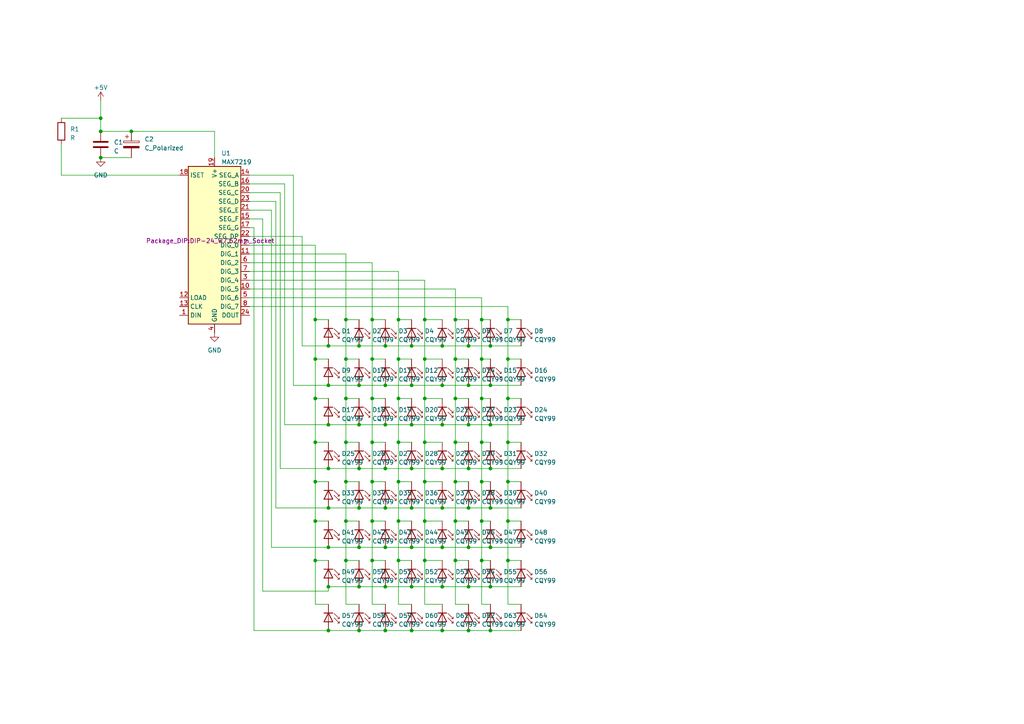
<source format=kicad_sch>
(kicad_sch (version 20230121) (generator eeschema)
  (paper "A4")
  (lib_symbols
    (symbol "Device:C" (pin_numbers hide) (pin_names (offset 0.254))
      (property "Reference" "C" (at 0.635 2.54 0))
      (property "Value" "C" (at 0.635 -2.54 0))
      (symbol "C_0_1"
        (polyline (pts (xy -2.032 -0.762) (xy 2.032 -0.762)) (stroke (width 0.508)))
        (polyline (pts (xy -2.032 0.762) (xy 2.032 0.762)) (stroke (width 0.508)))
      )
      (symbol "C_1_1"
        (pin passive line (at 0 3.81 270) (length 2.794) (name "~") (number "1"))
        (pin passive line (at 0 -3.81 90) (length 2.794) (name "~") (number "2"))
      )
    )
    (symbol "Device:C_Polarized" (pin_numbers hide) (pin_names (offset 0.254))
      (property "Reference" "C" (at 0.635 2.54 0))
      (property "Value" "C_Polarized" (at 0.635 -2.54 0))
      (symbol "C_Polarized_0_1"
        (rectangle (start -2.286 0.508) (end 2.286 1.016))
        (polyline (pts (xy -1.778 2.286) (xy -0.762 2.286)))
        (polyline (pts (xy -1.27 2.794) (xy -1.27 1.778)))
        (rectangle (start 2.286 -0.508) (end -2.286 -1.016) (fill (type outline)))
      )
      (symbol "C_Polarized_1_1"
        (pin passive line (at 0 3.81 270) (length 2.794) (name "~") (number "1"))
        (pin passive line (at 0 -3.81 90) (length 2.794) (name "~") (number "2"))
      )
    )
    (symbol "Device:R" (pin_numbers hide) (pin_names (offset 0))
      (property "Reference" "R" (at 2.032 0 90))
      (property "Value" "R" (at 0 0 90))
      (symbol "R_0_1"
        (rectangle (start -1.016 -2.54) (end 1.016 2.54) (stroke (width 0.254)))
      )
      (symbol "R_1_1"
        (pin passive line (at 0 3.81 270) (length 1.27) (name "~") (number "1"))
        (pin passive line (at 0 -3.81 90) (length 1.27) (name "~") (number "2"))
      )
    )
    (symbol "Driver_LED:MAX7219"
      (property "Reference" "U" (at -6.35 24.13 0))
      (property "Value" "MAX7219" (at 1.27 25.4 0))
      (symbol "MAX7219_0_1"
        (rectangle (start -7.62 22.86) (end 7.62 -22.86) (stroke (width 0.254)) (fill (type background)))
      )
      (symbol "MAX7219_1_1"
        (pin input line (at -10.16 -20.32 0) (length 2.54) (name "DIN") (number "1"))
        (pin output line (at 10.16 -12.7 180) (length 2.54) (name "DIG_5") (number "10"))
        (pin output line (at 10.16 -2.54 180) (length 2.54) (name "DIG_1") (number "11"))
        (pin input line (at -10.16 -15.24 0) (length 2.54) (name "LOAD") (number "12"))
        (pin input line (at -10.16 -17.78 0) (length 2.54) (name "CLK") (number "13"))
        (pin output line (at 10.16 20.32 180) (length 2.54) (name "SEG_A") (number "14"))
        (pin output line (at 10.16 7.62 180) (length 2.54) (name "SEG_F") (number "15"))
        (pin output line (at 10.16 17.78 180) (length 2.54) (name "SEG_B") (number "16"))
        (pin output line (at 10.16 5.08 180) (length 2.54) (name "SEG_G") (number "17"))
        (pin input line (at -10.16 20.32 0) (length 2.54) (name "ISET") (number "18"))
        (pin power_in line (at 0 25.4 270) (length 2.54) (name "V+") (number "19"))
        (pin output line (at 10.16 0 180) (length 2.54) (name "DIG_0") (number "2"))
        (pin output line (at 10.16 15.24 180) (length 2.54) (name "SEG_C") (number "20"))
        (pin output line (at 10.16 10.16 180) (length 2.54) (name "SEG_E") (number "21"))
        (pin output line (at 10.16 2.54 180) (length 2.54) (name "SEG_DP") (number "22"))
        (pin output line (at 10.16 12.7 180) (length 2.54) (name "SEG_D") (number "23"))
        (pin output line (at 10.16 -20.32 180) (length 2.54) (name "DOUT") (number "24"))
        (pin output line (at 10.16 -10.16 180) (length 2.54) (name "DIG_4") (number "3"))
        (pin power_in line (at 0 -25.4 90) (length 2.54) (name "GND") (number "4"))
        (pin output line (at 10.16 -15.24 180) (length 2.54) (name "DIG_6") (number "5"))
        (pin output line (at 10.16 -5.08 180) (length 2.54) (name "DIG_2") (number "6"))
        (pin output line (at 10.16 -7.62 180) (length 2.54) (name "DIG_3") (number "7"))
        (pin output line (at 10.16 -17.78 180) (length 2.54) (name "DIG_7") (number "8"))
        (pin passive line (at 0 -25.4 90) (length 2.54) hide (name "GND") (number "9"))
      )
    )
    (symbol "LED:CQY99" (pin_numbers hide) (pin_names (offset 1.016) hide)
      (property "Reference" "D" (at 0.508 1.778 0))
      (property "Value" "CQY99" (at -1.016 -2.794 0))
      (symbol "CQY99_0_1"
        (polyline (pts (xy -2.54 1.27) (xy -2.54 -1.27)) (stroke (width 0.254)))
        (polyline (pts (xy 0 0) (xy -2.54 0)))
        (polyline (pts (xy 0.381 3.175) (xy -0.127 3.175)))
        (polyline (pts (xy -1.143 1.651) (xy 0.381 3.175) (xy 0.381 2.667)))
        (polyline (pts (xy 0 -1.27) (xy -2.54 0) (xy 0 1.27) (xy 0 -1.27)) (stroke (width 0.254)))
        (polyline (pts (xy -2.413 1.651) (xy -0.889 3.175) (xy -0.889 2.667) (xy -0.889 3.175) (xy -1.397 3.175)))
      )
      (symbol "CQY99_1_1"
        (pin passive line (at -5.08 0 0) (length 2.54) (name "K") (number "1"))
        (pin passive line (at 2.54 0 180) (length 2.54) (name "A") (number "2"))
      )
    )
    (symbol "power:+5V" (power) (pin_names (offset 0))
      (property "Value" "+5V" (at 0 3.556 0))
      (symbol "+5V_0_1"
        (polyline (pts (xy -0.762 1.27) (xy 0 2.54)))
        (polyline (pts (xy 0 0) (xy 0 2.54)))
        (polyline (pts (xy 0 2.54) (xy 0.762 1.27)))
      )
      (symbol "+5V_1_1"
        (pin power_in line (at 0 0 90) (length 0) hide (name "+5V") (number "1"))
      )
    )
    (symbol "power:GND" (power) (pin_names (offset 0))
      (property "Value" "GND" (at 0 -3.81 0))
      (symbol "GND_0_1"
        (polyline (pts (xy 0 0) (xy 0 -1.27) (xy 1.27 -1.27) (xy 0 -2.54) (xy -1.27 -1.27) (xy 0 -1.27)))
      )
      (symbol "GND_1_1"
        (pin power_in line (at 0 0 270) (length 0) hide (name "GND") (number "1"))
      )
    )
  )
  (junction (at 128.27 182.88))
  (junction (at 132.08 151.13))
  (junction (at 104.14 147.32))
  (junction (at 91.44 139.7))
  (junction (at 142.24 111.76))
  (junction (at 147.32 162.56))
  (junction (at 123.19 139.7))
  (junction (at 139.7 128.27))
  (junction (at 139.7 92.71))
  (junction (at 111.76 147.32))
  (junction (at 95.25 111.76))
  (junction (at 142.24 170.18))
  (junction (at 91.44 162.56))
  (junction (at 107.95 128.27))
  (junction (at 104.14 170.18))
  (junction (at 100.33 162.56))
  (junction (at 123.19 151.13))
  (junction (at 135.89 147.32))
  (junction (at 100.33 139.7))
  (junction (at 95.25 135.89))
  (junction (at 147.32 92.71))
  (junction (at 111.76 100.33))
  (junction (at 111.76 182.88))
  (junction (at 95.25 158.75))
  (junction (at 139.7 139.7))
  (junction (at 123.19 115.57))
  (junction (at 104.14 135.89))
  (junction (at 107.95 151.13))
  (junction (at 104.14 182.88))
  (junction (at 142.24 135.89))
  (junction (at 111.76 158.75))
  (junction (at 104.14 111.76))
  (junction (at 132.08 92.71))
  (junction (at 100.33 151.13))
  (junction (at 132.08 104.14))
  (junction (at 135.89 123.19))
  (junction (at 107.95 139.7))
  (junction (at 115.57 162.56))
  (junction (at 135.89 182.88))
  (junction (at 147.32 128.27))
  (junction (at 147.32 104.14))
  (junction (at 91.44 92.71))
  (junction (at 111.76 170.18))
  (junction (at 107.95 104.14))
  (junction (at 29.21 38.1))
  (junction (at 119.38 158.75))
  (junction (at 95.25 170.18))
  (junction (at 128.27 111.76))
  (junction (at 142.24 123.19))
  (junction (at 128.27 158.75))
  (junction (at 142.24 158.75))
  (junction (at 123.19 104.14))
  (junction (at 119.38 147.32))
  (junction (at 115.57 139.7))
  (junction (at 104.14 123.19))
  (junction (at 139.7 104.14))
  (junction (at 91.44 128.27))
  (junction (at 119.38 182.88))
  (junction (at 95.25 182.88))
  (junction (at 91.44 151.13))
  (junction (at 135.89 100.33))
  (junction (at 128.27 135.89))
  (junction (at 115.57 151.13))
  (junction (at 38.1 38.1))
  (junction (at 132.08 139.7))
  (junction (at 132.08 128.27))
  (junction (at 95.25 147.32))
  (junction (at 95.25 100.33))
  (junction (at 119.38 100.33))
  (junction (at 123.19 92.71))
  (junction (at 91.44 115.57))
  (junction (at 139.7 151.13))
  (junction (at 147.32 139.7))
  (junction (at 104.14 100.33))
  (junction (at 115.57 128.27))
  (junction (at 135.89 170.18))
  (junction (at 142.24 182.88))
  (junction (at 111.76 123.19))
  (junction (at 119.38 111.76))
  (junction (at 142.24 100.33))
  (junction (at 104.14 158.75))
  (junction (at 119.38 135.89))
  (junction (at 119.38 170.18))
  (junction (at 147.32 151.13))
  (junction (at 132.08 115.57))
  (junction (at 107.95 162.56))
  (junction (at 128.27 170.18))
  (junction (at 107.95 115.57))
  (junction (at 135.89 158.75))
  (junction (at 100.33 104.14))
  (junction (at 100.33 128.27))
  (junction (at 107.95 92.71))
  (junction (at 29.21 45.72))
  (junction (at 100.33 115.57))
  (junction (at 147.32 115.57))
  (junction (at 142.24 147.32))
  (junction (at 123.19 128.27))
  (junction (at 119.38 123.19))
  (junction (at 91.44 104.14))
  (junction (at 111.76 111.76))
  (junction (at 139.7 115.57))
  (junction (at 100.33 92.71))
  (junction (at 139.7 162.56))
  (junction (at 115.57 115.57))
  (junction (at 132.08 162.56))
  (junction (at 111.76 135.89))
  (junction (at 128.27 147.32))
  (junction (at 123.19 162.56))
  (junction (at 135.89 111.76))
  (junction (at 135.89 135.89))
  (junction (at 128.27 100.33))
  (junction (at 29.21 34.29))
  (junction (at 115.57 92.71))
  (junction (at 128.27 123.19))
  (junction (at 95.25 123.19))
  (junction (at 115.57 104.14))
  (wire (pts (xy 95.25 115.57) (xy 91.44 115.57)))
  (wire (pts (xy 123.19 115.57) (xy 123.19 128.27)))
  (wire (pts (xy 115.57 151.13) (xy 119.38 151.13)))
  (wire (pts (xy 95.25 162.56) (xy 91.44 162.56)))
  (wire (pts (xy 95.25 100.33) (xy 104.14 100.33)))
  (wire (pts (xy 95.25 158.75) (xy 104.14 158.75)))
  (wire (pts (xy 104.14 104.14) (xy 100.33 104.14)))
  (wire (pts (xy 72.39 68.58) (xy 87.63 68.58)))
  (wire (pts (xy 142.24 170.18) (xy 151.13 170.18)))
  (wire (pts (xy 147.32 128.27) (xy 151.13 128.27)))
  (wire (pts (xy 128.27 151.13) (xy 123.19 151.13)))
  (wire (pts (xy 139.7 151.13) (xy 139.7 139.7)))
  (wire (pts (xy 142.24 100.33) (xy 151.13 100.33)))
  (wire (pts (xy 81.28 135.89) (xy 95.25 135.89)))
  (wire (pts (xy 73.66 182.88) (xy 95.25 182.88)))
  (wire (pts (xy 142.24 147.32) (xy 151.13 147.32)))
  (wire (pts (xy 147.32 139.7) (xy 151.13 139.7)))
  (wire (pts (xy 100.33 139.7) (xy 104.14 139.7)))
  (wire (pts (xy 100.33 175.26) (xy 100.33 162.56)))
  (wire (pts (xy 82.55 123.19) (xy 82.55 53.34)))
  (wire (pts (xy 132.08 175.26) (xy 132.08 162.56)))
  (wire (pts (xy 111.76 100.33) (xy 119.38 100.33)))
  (wire (pts (xy 147.32 115.57) (xy 151.13 115.57)))
  (wire (pts (xy 111.76 128.27) (xy 107.95 128.27)))
  (wire (pts (xy 139.7 92.71) (xy 142.24 92.71)))
  (wire (pts (xy 72.39 86.36) (xy 139.7 86.36)))
  (wire (pts (xy 85.09 111.76) (xy 85.09 50.8)))
  (wire (pts (xy 17.78 50.8) (xy 52.07 50.8)))
  (wire (pts (xy 91.44 128.27) (xy 91.44 115.57)))
  (wire (pts (xy 142.24 158.75) (xy 151.13 158.75)))
  (wire (pts (xy 62.23 38.1) (xy 62.23 45.72)))
  (wire (pts (xy 128.27 111.76) (xy 135.89 111.76)))
  (wire (pts (xy 82.55 53.34) (xy 72.39 53.34)))
  (wire (pts (xy 107.95 115.57) (xy 107.95 128.27)))
  (wire (pts (xy 111.76 123.19) (xy 119.38 123.19)))
  (wire (pts (xy 78.74 158.75) (xy 95.25 158.75)))
  (wire (pts (xy 72.39 76.2) (xy 107.95 76.2)))
  (wire (pts (xy 100.33 139.7) (xy 100.33 151.13)))
  (wire (pts (xy 128.27 147.32) (xy 135.89 147.32)))
  (wire (pts (xy 123.19 162.56) (xy 123.19 175.26)))
  (wire (pts (xy 147.32 88.9) (xy 147.32 92.71)))
  (wire (pts (xy 123.19 128.27) (xy 128.27 128.27)))
  (wire (pts (xy 107.95 76.2) (xy 107.95 92.71)))
  (wire (pts (xy 123.19 128.27) (xy 123.19 139.7)))
  (wire (pts (xy 76.2 171.45) (xy 76.2 63.5)))
  (wire (pts (xy 104.14 92.71) (xy 100.33 92.71)))
  (wire (pts (xy 95.25 147.32) (xy 104.14 147.32)))
  (wire (pts (xy 135.89 147.32) (xy 142.24 147.32)))
  (wire (pts (xy 91.44 71.12) (xy 91.44 92.71)))
  (wire (pts (xy 119.38 115.57) (xy 115.57 115.57)))
  (wire (pts (xy 139.7 115.57) (xy 139.7 104.14)))
  (wire (pts (xy 128.27 158.75) (xy 135.89 158.75)))
  (wire (pts (xy 147.32 175.26) (xy 147.32 162.56)))
  (wire (pts (xy 72.39 71.12) (xy 91.44 71.12)))
  (wire (pts (xy 147.32 92.71) (xy 151.13 92.71)))
  (wire (pts (xy 104.14 151.13) (xy 100.33 151.13)))
  (wire (pts (xy 95.25 92.71) (xy 91.44 92.71)))
  (wire (pts (xy 132.08 151.13) (xy 132.08 139.7)))
  (wire (pts (xy 135.89 175.26) (xy 132.08 175.26)))
  (wire (pts (xy 104.14 111.76) (xy 111.76 111.76)))
  (wire (pts (xy 81.28 135.89) (xy 81.28 55.88)))
  (wire (pts (xy 91.44 139.7) (xy 91.44 128.27)))
  (wire (pts (xy 104.14 123.19) (xy 111.76 123.19)))
  (wire (pts (xy 104.14 135.89) (xy 111.76 135.89)))
  (wire (pts (xy 147.32 104.14) (xy 147.32 92.71)))
  (wire (pts (xy 111.76 115.57) (xy 107.95 115.57)))
  (wire (pts (xy 104.14 147.32) (xy 111.76 147.32)))
  (wire (pts (xy 107.95 104.14) (xy 107.95 115.57)))
  (wire (pts (xy 104.14 128.27) (xy 100.33 128.27)))
  (wire (pts (xy 139.7 104.14) (xy 142.24 104.14)))
  (wire (pts (xy 115.57 151.13) (xy 115.57 162.56)))
  (wire (pts (xy 115.57 104.14) (xy 119.38 104.14)))
  (wire (pts (xy 95.25 139.7) (xy 91.44 139.7)))
  (wire (pts (xy 119.38 170.18) (xy 128.27 170.18)))
  (wire (pts (xy 128.27 135.89) (xy 135.89 135.89)))
  (wire (pts (xy 115.57 104.14) (xy 115.57 115.57)))
  (wire (pts (xy 87.63 100.33) (xy 95.25 100.33)))
  (wire (pts (xy 104.14 182.88) (xy 111.76 182.88)))
  (wire (pts (xy 80.01 147.32) (xy 95.25 147.32)))
  (wire (pts (xy 107.95 128.27) (xy 107.95 139.7)))
  (wire (pts (xy 119.38 158.75) (xy 128.27 158.75)))
  (wire (pts (xy 119.38 182.88) (xy 128.27 182.88)))
  (wire (pts (xy 139.7 151.13) (xy 142.24 151.13)))
  (wire (pts (xy 142.24 123.19) (xy 151.13 123.19)))
  (wire (pts (xy 104.14 170.18) (xy 111.76 170.18)))
  (wire (pts (xy 72.39 83.82) (xy 132.08 83.82)))
  (wire (pts (xy 100.33 128.27) (xy 100.33 115.57)))
  (wire (pts (xy 91.44 175.26) (xy 91.44 162.56)))
  (wire (pts (xy 139.7 128.27) (xy 142.24 128.27)))
  (wire (pts (xy 119.38 135.89) (xy 128.27 135.89)))
  (wire (pts (xy 128.27 104.14) (xy 123.19 104.14)))
  (wire (pts (xy 111.76 162.56) (xy 107.95 162.56)))
  (wire (pts (xy 100.33 73.66) (xy 100.33 92.71)))
  (wire (pts (xy 135.89 135.89) (xy 142.24 135.89)))
  (wire (pts (xy 135.89 170.18) (xy 142.24 170.18)))
  (wire (pts (xy 100.33 115.57) (xy 104.14 115.57)))
  (wire (pts (xy 123.19 175.26) (xy 128.27 175.26)))
  (wire (pts (xy 132.08 162.56) (xy 132.08 151.13)))
  (wire (pts (xy 100.33 92.71) (xy 100.33 104.14)))
  (wire (pts (xy 139.7 162.56) (xy 142.24 162.56)))
  (wire (pts (xy 107.95 139.7) (xy 107.95 151.13)))
  (wire (pts (xy 111.76 92.71) (xy 107.95 92.71)))
  (wire (pts (xy 147.32 162.56) (xy 147.32 151.13)))
  (wire (pts (xy 147.32 115.57) (xy 147.32 128.27)))
  (wire (pts (xy 132.08 104.14) (xy 135.89 104.14)))
  (wire (pts (xy 139.7 115.57) (xy 142.24 115.57)))
  (wire (pts (xy 100.33 128.27) (xy 100.33 139.7)))
  (wire (pts (xy 132.08 115.57) (xy 132.08 128.27)))
  (wire (pts (xy 147.32 104.14) (xy 151.13 104.14)))
  (wire (pts (xy 91.44 92.71) (xy 91.44 104.14)))
  (wire (pts (xy 91.44 115.57) (xy 91.44 104.14)))
  (wire (pts (xy 139.7 139.7) (xy 142.24 139.7)))
  (wire (pts (xy 119.38 123.19) (xy 128.27 123.19)))
  (wire (pts (xy 128.27 162.56) (xy 123.19 162.56)))
  (wire (pts (xy 29.21 45.72) (xy 38.1 45.72)))
  (wire (pts (xy 80.01 147.32) (xy 80.01 58.42)))
  (wire (pts (xy 76.2 63.5) (xy 72.39 63.5)))
  (wire (pts (xy 95.25 123.19) (xy 104.14 123.19)))
  (wire (pts (xy 104.14 100.33) (xy 111.76 100.33)))
  (wire (pts (xy 82.55 123.19) (xy 95.25 123.19)))
  (wire (pts (xy 139.7 128.27) (xy 139.7 139.7)))
  (wire (pts (xy 142.24 182.88) (xy 151.13 182.88)))
  (wire (pts (xy 147.32 128.27) (xy 147.32 139.7)))
  (wire (pts (xy 81.28 55.88) (xy 72.39 55.88)))
  (wire (pts (xy 104.14 158.75) (xy 111.76 158.75)))
  (wire (pts (xy 115.57 128.27) (xy 115.57 139.7)))
  (wire (pts (xy 123.19 92.71) (xy 123.19 104.14)))
  (wire (pts (xy 111.76 158.75) (xy 119.38 158.75)))
  (wire (pts (xy 38.1 38.1) (xy 62.23 38.1)))
  (wire (pts (xy 135.89 111.76) (xy 142.24 111.76)))
  (wire (pts (xy 111.76 175.26) (xy 107.95 175.26)))
  (wire (pts (xy 132.08 115.57) (xy 135.89 115.57)))
  (wire (pts (xy 135.89 182.88) (xy 142.24 182.88)))
  (wire (pts (xy 29.21 34.29) (xy 29.21 38.1)))
  (wire (pts (xy 119.38 111.76) (xy 128.27 111.76)))
  (wire (pts (xy 111.76 182.88) (xy 119.38 182.88)))
  (wire (pts (xy 139.7 86.36) (xy 139.7 92.71)))
  (wire (pts (xy 119.38 175.26) (xy 115.57 175.26)))
  (wire (pts (xy 111.76 135.89) (xy 119.38 135.89)))
  (wire (pts (xy 111.76 147.32) (xy 119.38 147.32)))
  (wire (pts (xy 119.38 162.56) (xy 115.57 162.56)))
  (wire (pts (xy 142.24 175.26) (xy 139.7 175.26)))
  (wire (pts (xy 29.21 34.29) (xy 17.78 34.29)))
  (wire (pts (xy 111.76 139.7) (xy 107.95 139.7)))
  (wire (pts (xy 147.32 115.57) (xy 147.32 104.14)))
  (wire (pts (xy 128.27 139.7) (xy 123.19 139.7)))
  (wire (pts (xy 95.25 135.89) (xy 104.14 135.89)))
  (wire (pts (xy 119.38 100.33) (xy 128.27 100.33)))
  (wire (pts (xy 76.2 171.45) (xy 95.25 171.45)))
  (wire (pts (xy 115.57 115.57) (xy 115.57 128.27)))
  (wire (pts (xy 139.7 175.26) (xy 139.7 162.56)))
  (wire (pts (xy 91.44 128.27) (xy 95.25 128.27)))
  (wire (pts (xy 147.32 151.13) (xy 147.32 139.7)))
  (wire (pts (xy 73.66 66.04) (xy 72.39 66.04)))
  (wire (pts (xy 72.39 88.9) (xy 147.32 88.9)))
  (wire (pts (xy 115.57 104.14) (xy 115.57 92.71)))
  (wire (pts (xy 78.74 158.75) (xy 78.74 60.96)))
  (wire (pts (xy 80.01 58.42) (xy 72.39 58.42)))
  (wire (pts (xy 104.14 175.26) (xy 100.33 175.26)))
  (wire (pts (xy 132.08 151.13) (xy 135.89 151.13)))
  (wire (pts (xy 142.24 135.89) (xy 151.13 135.89)))
  (wire (pts (xy 107.95 151.13) (xy 111.76 151.13)))
  (wire (pts (xy 29.21 38.1) (xy 38.1 38.1)))
  (wire (pts (xy 78.74 60.96) (xy 72.39 60.96)))
  (wire (pts (xy 128.27 182.88) (xy 135.89 182.88)))
  (wire (pts (xy 115.57 128.27) (xy 119.38 128.27)))
  (wire (pts (xy 111.76 111.76) (xy 119.38 111.76)))
  (wire (pts (xy 128.27 123.19) (xy 135.89 123.19)))
  (wire (pts (xy 91.44 104.14) (xy 95.25 104.14)))
  (wire (pts (xy 132.08 104.14) (xy 132.08 92.71)))
  (wire (pts (xy 91.44 151.13) (xy 95.25 151.13)))
  (wire (pts (xy 132.08 139.7) (xy 135.89 139.7)))
  (wire (pts (xy 132.08 128.27) (xy 132.08 139.7)))
  (wire (pts (xy 91.44 139.7) (xy 91.44 151.13)))
  (wire (pts (xy 72.39 81.28) (xy 123.19 81.28)))
  (wire (pts (xy 85.09 111.76) (xy 95.25 111.76)))
  (wire (pts (xy 123.19 81.28) (xy 123.19 92.71)))
  (wire (pts (xy 128.27 100.33) (xy 135.89 100.33)))
  (wire (pts (xy 151.13 175.26) (xy 147.32 175.26)))
  (wire (pts (xy 29.21 29.21) (xy 29.21 34.29)))
  (wire (pts (xy 107.95 92.71) (xy 107.95 104.14)))
  (wire (pts (xy 132.08 128.27) (xy 135.89 128.27)))
  (wire (pts (xy 95.25 171.45) (xy 95.25 170.18)))
  (wire (pts (xy 132.08 162.56) (xy 135.89 162.56)))
  (wire (pts (xy 91.44 162.56) (xy 91.44 151.13)))
  (wire (pts (xy 123.19 151.13) (xy 123.19 162.56)))
  (wire (pts (xy 135.89 123.19) (xy 142.24 123.19)))
  (wire (pts (xy 107.95 151.13) (xy 107.95 162.56)))
  (wire (pts (xy 95.25 175.26) (xy 91.44 175.26)))
  (wire (pts (xy 139.7 162.56) (xy 139.7 151.13)))
  (wire (pts (xy 135.89 100.33) (xy 142.24 100.33)))
  (wire (pts (xy 139.7 104.14) (xy 139.7 92.71)))
  (wire (pts (xy 100.33 162.56) (xy 104.14 162.56)))
  (wire (pts (xy 128.27 170.18) (xy 135.89 170.18)))
  (wire (pts (xy 128.27 115.57) (xy 123.19 115.57)))
  (wire (pts (xy 115.57 78.74) (xy 115.57 92.71)))
  (wire (pts (xy 85.09 50.8) (xy 72.39 50.8)))
  (wire (pts (xy 123.19 139.7) (xy 123.19 151.13)))
  (wire (pts (xy 132.08 115.57) (xy 132.08 104.14)))
  (wire (pts (xy 111.76 170.18) (xy 119.38 170.18)))
  (wire (pts (xy 107.95 104.14) (xy 111.76 104.14)))
  (wire (pts (xy 128.27 92.71) (xy 123.19 92.71)))
  (wire (pts (xy 115.57 162.56) (xy 115.57 175.26)))
  (wire (pts (xy 115.57 139.7) (xy 119.38 139.7)))
  (wire (pts (xy 115.57 139.7) (xy 115.57 151.13)))
  (wire (pts (xy 17.78 41.91) (xy 17.78 50.8)))
  (wire (pts (xy 100.33 104.14) (xy 100.33 115.57)))
  (wire (pts (xy 107.95 162.56) (xy 107.95 175.26)))
  (wire (pts (xy 95.25 182.88) (xy 104.14 182.88)))
  (wire (pts (xy 123.19 104.14) (xy 123.19 115.57)))
  (wire (pts (xy 147.32 162.56) (xy 151.13 162.56)))
  (wire (pts (xy 87.63 68.58) (xy 87.63 100.33)))
  (wire (pts (xy 132.08 83.82) (xy 132.08 92.71)))
  (wire (pts (xy 139.7 115.57) (xy 139.7 128.27)))
  (wire (pts (xy 72.39 78.74) (xy 115.57 78.74)))
  (wire (pts (xy 135.89 158.75) (xy 142.24 158.75)))
  (wire (pts (xy 119.38 147.32) (xy 128.27 147.32)))
  (wire (pts (xy 100.33 151.13) (xy 100.33 162.56)))
  (wire (pts (xy 95.25 111.76) (xy 104.14 111.76)))
  (wire (pts (xy 95.25 170.18) (xy 104.14 170.18)))
  (wire (pts (xy 142.24 111.76) (xy 151.13 111.76)))
  (wire (pts (xy 147.32 151.13) (xy 151.13 151.13)))
  (wire (pts (xy 73.66 182.88) (xy 73.66 66.04)))
  (wire (pts (xy 72.39 73.66) (xy 100.33 73.66)))
  (wire (pts (xy 115.57 92.71) (xy 119.38 92.71)))
  (wire (pts (xy 132.08 92.71) (xy 135.89 92.71)))
  (symbol (lib_id "LED:CQY99") (at 135.89 97.79 270) (unit 1)
    (property "Reference" "D6" (at 139.7 96.012 90) (effects (justify left)))
    (property "Value" "CQY99" (at 139.7 98.552 90) (effects (justify left)))
    (property "Footprint" "LED_THT:LED_D5.0mm_IRGrey" (effects hide))
    (property "Datasheet" "https://www.prtice.info/IMG/pdf/CQY99.pdf" (effects hide))
  )
  (symbol (lib_id "LED:CQY99") (at 142.24 120.65 270) (unit 1)
    (property "Reference" "D23" (at 146.05 118.872 90) (effects (justify left)))
    (property "Value" "CQY99" (at 146.05 121.412 90) (effects (justify left)))
    (property "Footprint" "LED_THT:LED_D5.0mm_IRGrey" (effects hide))
    (property "Datasheet" "https://www.prtice.info/IMG/pdf/CQY99.pdf" (effects hide))
  )
  (symbol (lib_id "LED:CQY99") (at 151.13 167.64 270) (unit 1)
    (property "Reference" "D56" (at 154.94 165.862 90) (effects (justify left)))
    (property "Value" "CQY99" (at 154.94 168.402 90) (effects (justify left)))
    (property "Footprint" "LED_THT:LED_D5.0mm_IRGrey" (effects hide))
    (property "Datasheet" "https://www.prtice.info/IMG/pdf/CQY99.pdf" (effects hide))
  )
  (symbol (lib_id "LED:CQY99") (at 119.38 156.21 270) (unit 1)
    (property "Reference" "D44" (at 123.19 154.432 90) (effects (justify left)))
    (property "Value" "CQY99" (at 123.19 156.972 90) (effects (justify left)))
    (property "Footprint" "LED_THT:LED_D5.0mm_IRGrey" (effects hide))
    (property "Datasheet" "https://www.prtice.info/IMG/pdf/CQY99.pdf" (effects hide))
  )
  (symbol (lib_id "LED:CQY99") (at 119.38 144.78 270) (unit 1)
    (property "Reference" "D36" (at 123.19 143.002 90) (effects (justify left)))
    (property "Value" "CQY99" (at 123.19 145.542 90) (effects (justify left)))
    (property "Footprint" "LED_THT:LED_D5.0mm_IRGrey" (effects hide))
    (property "Datasheet" "https://www.prtice.info/IMG/pdf/CQY99.pdf" (effects hide))
  )
  (symbol (lib_id "LED:CQY99") (at 142.24 97.79 270) (unit 1)
    (property "Reference" "D7" (at 146.05 96.012 90) (effects (justify left)))
    (property "Value" "CQY99" (at 146.05 98.552 90) (effects (justify left)))
    (property "Footprint" "LED_THT:LED_D5.0mm_IRGrey" (effects hide))
    (property "Datasheet" "https://www.prtice.info/IMG/pdf/CQY99.pdf" (effects hide))
  )
  (symbol (lib_id "LED:CQY99") (at 135.89 120.65 270) (unit 1)
    (property "Reference" "D22" (at 139.7 118.872 90) (effects (justify left)))
    (property "Value" "CQY99" (at 139.7 121.412 90) (effects (justify left)))
    (property "Footprint" "LED_THT:LED_D5.0mm_IRGrey" (effects hide))
    (property "Datasheet" "https://www.prtice.info/IMG/pdf/CQY99.pdf" (effects hide))
  )
  (symbol (lib_id "LED:CQY99") (at 135.89 167.64 270) (unit 1)
    (property "Reference" "D54" (at 139.7 165.862 90) (effects (justify left)))
    (property "Value" "CQY99" (at 139.7 168.402 90) (effects (justify left)))
    (property "Footprint" "LED_THT:LED_D5.0mm_IRGrey" (effects hide))
    (property "Datasheet" "https://www.prtice.info/IMG/pdf/CQY99.pdf" (effects hide))
  )
  (symbol (lib_id "LED:CQY99") (at 119.38 180.34 270) (unit 1)
    (property "Reference" "D60" (at 123.19 178.562 90) (effects (justify left)))
    (property "Value" "CQY99" (at 123.19 181.102 90) (effects (justify left)))
    (property "Footprint" "LED_THT:LED_D5.0mm_IRGrey" (effects hide))
    (property "Datasheet" "https://www.prtice.info/IMG/pdf/CQY99.pdf" (effects hide))
  )
  (symbol (lib_id "LED:CQY99") (at 142.24 180.34 270) (unit 1)
    (property "Reference" "D63" (at 146.05 178.562 90) (effects (justify left)))
    (property "Value" "CQY99" (at 146.05 181.102 90) (effects (justify left)))
    (property "Footprint" "LED_THT:LED_D5.0mm_IRGrey" (effects hide))
    (property "Datasheet" "https://www.prtice.info/IMG/pdf/CQY99.pdf" (effects hide))
  )
  (symbol (lib_id "LED:CQY99") (at 142.24 144.78 270) (unit 1)
    (property "Reference" "D39" (at 146.05 143.002 90) (effects (justify left)))
    (property "Value" "CQY99" (at 146.05 145.542 90) (effects (justify left)))
    (property "Footprint" "LED_THT:LED_D5.0mm_IRGrey" (effects hide))
    (property "Datasheet" "https://www.prtice.info/IMG/pdf/CQY99.pdf" (effects hide))
  )
  (symbol (lib_id "LED:CQY99") (at 104.14 109.22 270) (unit 1)
    (property "Reference" "D10" (at 107.95 107.442 90) (effects (justify left)))
    (property "Value" "CQY99" (at 107.95 109.982 90) (effects (justify left)))
    (property "Footprint" "LED_THT:LED_D5.0mm_IRGrey" (effects hide))
    (property "Datasheet" "https://www.prtice.info/IMG/pdf/CQY99.pdf" (effects hide))
  )
  (symbol (lib_id "LED:CQY99") (at 128.27 167.64 270) (unit 1)
    (property "Reference" "D53" (at 132.08 165.862 90) (effects (justify left)))
    (property "Value" "CQY99" (at 132.08 168.402 90) (effects (justify left)))
    (property "Footprint" "LED_THT:LED_D5.0mm_IRGrey" (effects hide))
    (property "Datasheet" "https://www.prtice.info/IMG/pdf/CQY99.pdf" (effects hide))
  )
  (symbol (lib_id "LED:CQY99") (at 111.76 120.65 270) (unit 1)
    (property "Reference" "D19" (at 115.57 118.872 90) (effects (justify left)))
    (property "Value" "CQY99" (at 115.57 121.412 90) (effects (justify left)))
    (property "Footprint" "LED_THT:LED_D5.0mm_IRGrey" (effects hide))
    (property "Datasheet" "https://www.prtice.info/IMG/pdf/CQY99.pdf" (effects hide))
  )
  (symbol (lib_id "LED:CQY99") (at 95.25 109.22 270) (unit 1)
    (property "Reference" "D9" (at 99.06 107.442 90) (effects (justify left)))
    (property "Value" "CQY99" (at 99.06 109.982 90) (effects (justify left)))
    (property "Footprint" "LED_THT:LED_D5.0mm_IRGrey" (effects hide))
    (property "Datasheet" "https://www.prtice.info/IMG/pdf/CQY99.pdf" (effects hide))
  )
  (symbol (lib_id "LED:CQY99") (at 104.14 167.64 270) (unit 1)
    (property "Reference" "D50" (at 107.95 165.862 90) (effects (justify left)))
    (property "Value" "CQY99" (at 107.95 168.402 90) (effects (justify left)))
    (property "Footprint" "LED_THT:LED_D5.0mm_IRGrey" (effects hide))
    (property "Datasheet" "https://www.prtice.info/IMG/pdf/CQY99.pdf" (effects hide))
  )
  (symbol (lib_id "LED:CQY99") (at 119.38 109.22 270) (unit 1)
    (property "Reference" "D12" (at 123.19 107.442 90) (effects (justify left)))
    (property "Value" "CQY99" (at 123.19 109.982 90) (effects (justify left)))
    (property "Footprint" "LED_THT:LED_D5.0mm_IRGrey" (effects hide))
    (property "Datasheet" "https://www.prtice.info/IMG/pdf/CQY99.pdf" (effects hide))
  )
  (symbol (lib_id "LED:CQY99") (at 119.38 167.64 270) (unit 1)
    (property "Reference" "D52" (at 123.19 165.862 90) (effects (justify left)))
    (property "Value" "CQY99" (at 123.19 168.402 90) (effects (justify left)))
    (property "Footprint" "LED_THT:LED_D5.0mm_IRGrey" (effects hide))
    (property "Datasheet" "https://www.prtice.info/IMG/pdf/CQY99.pdf" (effects hide))
  )
  (symbol (lib_id "LED:CQY99") (at 142.24 133.35 270) (unit 1)
    (property "Reference" "D31" (at 146.05 131.572 90) (effects (justify left)))
    (property "Value" "CQY99" (at 146.05 134.112 90) (effects (justify left)))
    (property "Footprint" "LED_THT:LED_D5.0mm_IRGrey" (effects hide))
    (property "Datasheet" "https://www.prtice.info/IMG/pdf/CQY99.pdf" (effects hide))
  )
  (symbol (lib_id "LED:CQY99") (at 111.76 97.79 270) (unit 1)
    (property "Reference" "D3" (at 115.57 96.012 90) (effects (justify left)))
    (property "Value" "CQY99" (at 115.57 98.552 90) (effects (justify left)))
    (property "Footprint" "LED_THT:LED_D5.0mm_IRGrey" (effects hide))
    (property "Datasheet" "https://www.prtice.info/IMG/pdf/CQY99.pdf" (effects hide))
  )
  (symbol (lib_id "LED:CQY99") (at 119.38 120.65 270) (unit 1)
    (property "Reference" "D20" (at 123.19 118.872 90) (effects (justify left)))
    (property "Value" "CQY99" (at 123.19 121.412 90) (effects (justify left)))
    (property "Footprint" "LED_THT:LED_D5.0mm_IRGrey" (effects hide))
    (property "Datasheet" "https://www.prtice.info/IMG/pdf/CQY99.pdf" (effects hide))
  )
  (symbol (lib_id "LED:CQY99") (at 135.89 109.22 270) (unit 1)
    (property "Reference" "D14" (at 139.7 107.442 90) (effects (justify left)))
    (property "Value" "CQY99" (at 139.7 109.982 90) (effects (justify left)))
    (property "Footprint" "LED_THT:LED_D5.0mm_IRGrey" (effects hide))
    (property "Datasheet" "https://www.prtice.info/IMG/pdf/CQY99.pdf" (effects hide))
  )
  (symbol (lib_id "LED:CQY99") (at 128.27 133.35 270) (unit 1)
    (property "Reference" "D29" (at 132.08 131.572 90) (effects (justify left)))
    (property "Value" "CQY99" (at 132.08 134.112 90) (effects (justify left)))
    (property "Footprint" "LED_THT:LED_D5.0mm_IRGrey" (effects hide))
    (property "Datasheet" "https://www.prtice.info/IMG/pdf/CQY99.pdf" (effects hide))
  )
  (symbol (lib_id "LED:CQY99") (at 151.13 144.78 270) (unit 1)
    (property "Reference" "D40" (at 154.94 143.002 90) (effects (justify left)))
    (property "Value" "CQY99" (at 154.94 145.542 90) (effects (justify left)))
    (property "Footprint" "LED_THT:LED_D5.0mm_IRGrey" (effects hide))
    (property "Datasheet" "https://www.prtice.info/IMG/pdf/CQY99.pdf" (effects hide))
  )
  (symbol (lib_id "LED:CQY99") (at 128.27 109.22 270) (unit 1)
    (property "Reference" "D13" (at 132.08 107.442 90) (effects (justify left)))
    (property "Value" "CQY99" (at 132.08 109.982 90) (effects (justify left)))
    (property "Footprint" "LED_THT:LED_D5.0mm_IRGrey" (effects hide))
    (property "Datasheet" "https://www.prtice.info/IMG/pdf/CQY99.pdf" (effects hide))
  )
  (symbol (lib_id "LED:CQY99") (at 128.27 180.34 270) (unit 1)
    (property "Reference" "D61" (at 132.08 178.562 90) (effects (justify left)))
    (property "Value" "CQY99" (at 132.08 181.102 90) (effects (justify left)))
    (property "Footprint" "LED_THT:LED_D5.0mm_IRGrey" (effects hide))
    (property "Datasheet" "https://www.prtice.info/IMG/pdf/CQY99.pdf" (effects hide))
  )
  (symbol (lib_id "LED:CQY99") (at 119.38 133.35 270) (unit 1)
    (property "Reference" "D28" (at 123.19 131.572 90) (effects (justify left)))
    (property "Value" "CQY99" (at 123.19 134.112 90) (effects (justify left)))
    (property "Footprint" "LED_THT:LED_D5.0mm_IRGrey" (effects hide))
    (property "Datasheet" "https://www.prtice.info/IMG/pdf/CQY99.pdf" (effects hide))
  )
  (symbol (lib_id "LED:CQY99") (at 95.25 144.78 270) (unit 1)
    (property "Reference" "D33" (at 99.06 143.002 90) (effects (justify left)))
    (property "Value" "CQY99" (at 99.06 145.542 90) (effects (justify left)))
    (property "Footprint" "LED_THT:LED_D5.0mm_IRGrey" (effects hide))
    (property "Datasheet" "https://www.prtice.info/IMG/pdf/CQY99.pdf" (effects hide))
  )
  (symbol (lib_id "LED:CQY99") (at 111.76 109.22 270) (unit 1)
    (property "Reference" "D11" (at 115.57 107.442 90) (effects (justify left)))
    (property "Value" "CQY99" (at 115.57 109.982 90) (effects (justify left)))
    (property "Footprint" "LED_THT:LED_D5.0mm_IRGrey" (effects hide))
    (property "Datasheet" "https://www.prtice.info/IMG/pdf/CQY99.pdf" (effects hide))
  )
  (symbol (lib_id "LED:CQY99") (at 135.89 144.78 270) (unit 1)
    (property "Reference" "D38" (at 139.7 143.002 90) (effects (justify left)))
    (property "Value" "CQY99" (at 139.7 145.542 90) (effects (justify left)))
    (property "Footprint" "LED_THT:LED_D5.0mm_IRGrey" (effects hide))
    (property "Datasheet" "https://www.prtice.info/IMG/pdf/CQY99.pdf" (effects hide))
  )
  (symbol (lib_id "LED:CQY99") (at 151.13 180.34 270) (unit 1)
    (property "Reference" "D64" (at 154.94 178.562 90) (effects (justify left)))
    (property "Value" "CQY99" (at 154.94 181.102 90) (effects (justify left)))
    (property "Footprint" "LED_THT:LED_D5.0mm_IRGrey" (effects hide))
    (property "Datasheet" "https://www.prtice.info/IMG/pdf/CQY99.pdf" (effects hide))
  )
  (symbol (lib_id "LED:CQY99") (at 95.25 156.21 270) (unit 1)
    (property "Reference" "D41" (at 99.06 154.432 90) (effects (justify left)))
    (property "Value" "CQY99" (at 99.06 156.972 90) (effects (justify left)))
    (property "Footprint" "LED_THT:LED_D5.0mm_IRGrey" (effects hide))
    (property "Datasheet" "https://www.prtice.info/IMG/pdf/CQY99.pdf" (effects hide))
  )
  (symbol (lib_id "power:+5V") (at 29.21 29.21 0) (unit 1)
    (property "Reference" "#PWR01" (effects hide))
    (property "Value" "+5V" (at 29.21 25.4 0))
  )
  (symbol (lib_id "LED:CQY99") (at 142.24 156.21 270) (unit 1)
    (property "Reference" "D47" (at 146.05 154.432 90) (effects (justify left)))
    (property "Value" "CQY99" (at 146.05 156.972 90) (effects (justify left)))
    (property "Footprint" "LED_THT:LED_D5.0mm_IRGrey" (effects hide))
    (property "Datasheet" "https://www.prtice.info/IMG/pdf/CQY99.pdf" (effects hide))
  )
  (symbol (lib_id "LED:CQY99") (at 135.89 133.35 270) (unit 1)
    (property "Reference" "D30" (at 139.7 131.572 90) (effects (justify left)))
    (property "Value" "CQY99" (at 139.7 134.112 90) (effects (justify left)))
    (property "Footprint" "LED_THT:LED_D5.0mm_IRGrey" (effects hide))
    (property "Datasheet" "https://www.prtice.info/IMG/pdf/CQY99.pdf" (effects hide))
  )
  (symbol (lib_id "LED:CQY99") (at 95.25 167.64 270) (unit 1)
    (property "Reference" "D49" (at 99.06 165.862 90) (effects (justify left)))
    (property "Value" "CQY99" (at 99.06 168.402 90) (effects (justify left)))
    (property "Footprint" "LED_THT:LED_D5.0mm_IRGrey" (effects hide))
    (property "Datasheet" "https://www.prtice.info/IMG/pdf/CQY99.pdf" (effects hide))
  )
  (symbol (lib_id "LED:CQY99") (at 128.27 97.79 270) (unit 1)
    (property "Reference" "D5" (at 132.08 96.012 90) (effects (justify left)))
    (property "Value" "CQY99" (at 132.08 98.552 90) (effects (justify left)))
    (property "Footprint" "LED_THT:LED_D5.0mm_IRGrey" (effects hide))
    (property "Datasheet" "https://www.prtice.info/IMG/pdf/CQY99.pdf" (effects hide))
  )
  (symbol (lib_id "LED:CQY99") (at 151.13 109.22 270) (unit 1)
    (property "Reference" "D16" (at 154.94 107.442 90) (effects (justify left)))
    (property "Value" "CQY99" (at 154.94 109.982 90) (effects (justify left)))
    (property "Footprint" "LED_THT:LED_D5.0mm_IRGrey" (effects hide))
    (property "Datasheet" "https://www.prtice.info/IMG/pdf/CQY99.pdf" (effects hide))
  )
  (symbol (lib_id "LED:CQY99") (at 128.27 156.21 270) (unit 1)
    (property "Reference" "D45" (at 132.08 154.432 90) (effects (justify left)))
    (property "Value" "CQY99" (at 132.08 156.972 90) (effects (justify left)))
    (property "Footprint" "LED_THT:LED_D5.0mm_IRGrey" (effects hide))
    (property "Datasheet" "https://www.prtice.info/IMG/pdf/CQY99.pdf" (effects hide))
  )
  (symbol (lib_id "LED:CQY99") (at 104.14 97.79 270) (unit 1)
    (property "Reference" "D2" (at 107.95 96.012 90) (effects (justify left)))
    (property "Value" "CQY99" (at 107.95 98.552 90) (effects (justify left)))
    (property "Footprint" "LED_THT:LED_D5.0mm_IRGrey" (effects hide))
    (property "Datasheet" "https://www.prtice.info/IMG/pdf/CQY99.pdf" (effects hide))
  )
  (symbol (lib_id "Driver_LED:MAX7219") (at 62.23 71.12 0) (unit 1)
    (property "Reference" "U1" (at 64.1859 44.45 0) (effects (justify left)))
    (property "Value" "MAX7219" (at 64.1859 46.99 0) (effects (justify left)))
    (property "Footprint" "Package_DIP:DIP-24_W7.62mm_Socket" (at 60.96 69.85 0))
    (property "Datasheet" "https://datasheets.maximintegrated.com/en/ds/MAX7219-MAX7221.pdf" (effects hide))
  )
  (symbol (lib_id "Device:C_Polarized") (at 38.1 41.91 0) (unit 1)
    (property "Reference" "C2" (at 41.91 40.386 0) (effects (justify left)))
    (property "Value" "C_Polarized" (at 41.91 42.926 0) (effects (justify left)))
    (property "Footprint" "Capacitor_THT:CP_Radial_D8.0mm_P3.50mm" (effects hide))
  )
  (symbol (lib_id "LED:CQY99") (at 151.13 133.35 270) (unit 1)
    (property "Reference" "D32" (at 154.94 131.572 90) (effects (justify left)))
    (property "Value" "CQY99" (at 154.94 134.112 90) (effects (justify left)))
    (property "Footprint" "LED_THT:LED_D5.0mm_IRGrey" (effects hide))
    (property "Datasheet" "https://www.prtice.info/IMG/pdf/CQY99.pdf" (effects hide))
  )
  (symbol (lib_id "LED:CQY99") (at 135.89 180.34 270) (unit 1)
    (property "Reference" "D62" (at 139.7 178.562 90) (effects (justify left)))
    (property "Value" "CQY99" (at 139.7 181.102 90) (effects (justify left)))
    (property "Footprint" "LED_THT:LED_D5.0mm_IRGrey" (effects hide))
    (property "Datasheet" "https://www.prtice.info/IMG/pdf/CQY99.pdf" (effects hide))
  )
  (symbol (lib_id "LED:CQY99") (at 111.76 167.64 270) (unit 1)
    (property "Reference" "D51" (at 115.57 165.862 90) (effects (justify left)))
    (property "Value" "CQY99" (at 115.57 168.402 90) (effects (justify left)))
    (property "Footprint" "LED_THT:LED_D5.0mm_IRGrey" (effects hide))
    (property "Datasheet" "https://www.prtice.info/IMG/pdf/CQY99.pdf" (effects hide))
  )
  (symbol (lib_id "LED:CQY99") (at 142.24 167.64 270) (unit 1)
    (property "Reference" "D55" (at 146.05 165.862 90) (effects (justify left)))
    (property "Value" "CQY99" (at 146.05 168.402 90) (effects (justify left)))
    (property "Footprint" "LED_THT:LED_D5.0mm_IRGrey" (effects hide))
    (property "Datasheet" "https://www.prtice.info/IMG/pdf/CQY99.pdf" (effects hide))
  )
  (symbol (lib_id "LED:CQY99") (at 111.76 144.78 270) (unit 1)
    (property "Reference" "D35" (at 115.57 143.002 90) (effects (justify left)))
    (property "Value" "CQY99" (at 115.57 145.542 90) (effects (justify left)))
    (property "Footprint" "LED_THT:LED_D5.0mm_IRGrey" (effects hide))
    (property "Datasheet" "https://www.prtice.info/IMG/pdf/CQY99.pdf" (effects hide))
  )
  (symbol (lib_id "LED:CQY99") (at 111.76 156.21 270) (unit 1)
    (property "Reference" "D43" (at 115.57 154.432 90) (effects (justify left)))
    (property "Value" "CQY99" (at 115.57 156.972 90) (effects (justify left)))
    (property "Footprint" "LED_THT:LED_D5.0mm_IRGrey" (effects hide))
    (property "Datasheet" "https://www.prtice.info/IMG/pdf/CQY99.pdf" (effects hide))
  )
  (symbol (lib_id "LED:CQY99") (at 111.76 133.35 270) (unit 1)
    (property "Reference" "D27" (at 115.57 131.572 90) (effects (justify left)))
    (property "Value" "CQY99" (at 115.57 134.112 90) (effects (justify left)))
    (property "Footprint" "LED_THT:LED_D5.0mm_IRGrey" (effects hide))
    (property "Datasheet" "https://www.prtice.info/IMG/pdf/CQY99.pdf" (effects hide))
  )
  (symbol (lib_id "Device:C") (at 29.21 41.91 0) (unit 1)
    (property "Reference" "C1" (at 33.02 41.275 0) (effects (justify left)))
    (property "Value" "C" (at 33.02 43.815 0) (effects (justify left)))
    (property "Footprint" "Capacitor_THT:C_Disc_D9.0mm_W2.5mm_P5.00mm" (effects hide))
  )
  (symbol (lib_id "LED:CQY99") (at 95.25 180.34 270) (unit 1)
    (property "Reference" "D57" (at 99.06 178.562 90) (effects (justify left)))
    (property "Value" "CQY99" (at 99.06 181.102 90) (effects (justify left)))
    (property "Footprint" "LED_THT:LED_D5.0mm_IRGrey" (effects hide))
    (property "Datasheet" "https://www.prtice.info/IMG/pdf/CQY99.pdf" (effects hide))
  )
  (symbol (lib_id "LED:CQY99") (at 119.38 97.79 270) (unit 1)
    (property "Reference" "D4" (at 123.19 96.012 90) (effects (justify left)))
    (property "Value" "CQY99" (at 123.19 98.552 90) (effects (justify left)))
    (property "Footprint" "LED_THT:LED_D5.0mm_IRGrey" (effects hide))
    (property "Datasheet" "https://www.prtice.info/IMG/pdf/CQY99.pdf" (effects hide))
  )
  (symbol (lib_id "LED:CQY99") (at 151.13 120.65 270) (unit 1)
    (property "Reference" "D24" (at 154.94 118.872 90) (effects (justify left)))
    (property "Value" "CQY99" (at 154.94 121.412 90) (effects (justify left)))
    (property "Footprint" "LED_THT:LED_D5.0mm_IRGrey" (effects hide))
    (property "Datasheet" "https://www.prtice.info/IMG/pdf/CQY99.pdf" (effects hide))
  )
  (symbol (lib_id "LED:CQY99") (at 95.25 97.79 270) (unit 1)
    (property "Reference" "D1" (at 99.06 96.012 90) (effects (justify left)))
    (property "Value" "CQY99" (at 99.06 98.552 90) (effects (justify left)))
    (property "Footprint" "LED_THT:LED_D5.0mm_IRGrey" (effects hide))
    (property "Datasheet" "https://www.prtice.info/IMG/pdf/CQY99.pdf" (effects hide))
  )
  (symbol (lib_id "LED:CQY99") (at 104.14 144.78 270) (unit 1)
    (property "Reference" "D34" (at 107.95 143.002 90) (effects (justify left)))
    (property "Value" "CQY99" (at 107.95 145.542 90) (effects (justify left)))
    (property "Footprint" "LED_THT:LED_D5.0mm_IRGrey" (effects hide))
    (property "Datasheet" "https://www.prtice.info/IMG/pdf/CQY99.pdf" (effects hide))
  )
  (symbol (lib_id "LED:CQY99") (at 151.13 156.21 270) (unit 1)
    (property "Reference" "D48" (at 154.94 154.432 90) (effects (justify left)))
    (property "Value" "CQY99" (at 154.94 156.972 90) (effects (justify left)))
    (property "Footprint" "LED_THT:LED_D5.0mm_IRGrey" (effects hide))
    (property "Datasheet" "https://www.prtice.info/IMG/pdf/CQY99.pdf" (effects hide))
  )
  (symbol (lib_id "LED:CQY99") (at 142.24 109.22 270) (unit 1)
    (property "Reference" "D15" (at 146.05 107.442 90) (effects (justify left)))
    (property "Value" "CQY99" (at 146.05 109.982 90) (effects (justify left)))
    (property "Footprint" "LED_THT:LED_D5.0mm_IRGrey" (effects hide))
    (property "Datasheet" "https://www.prtice.info/IMG/pdf/CQY99.pdf" (effects hide))
  )
  (symbol (lib_id "LED:CQY99") (at 135.89 156.21 270) (unit 1)
    (property "Reference" "D46" (at 139.7 154.432 90) (effects (justify left)))
    (property "Value" "CQY99" (at 139.7 156.972 90) (effects (justify left)))
    (property "Footprint" "LED_THT:LED_D5.0mm_IRGrey" (effects hide))
    (property "Datasheet" "https://www.prtice.info/IMG/pdf/CQY99.pdf" (effects hide))
  )
  (symbol (lib_id "LED:CQY99") (at 104.14 180.34 270) (unit 1)
    (property "Reference" "D58" (at 107.95 178.562 90) (effects (justify left)))
    (property "Value" "CQY99" (at 107.95 181.102 90) (effects (justify left)))
    (property "Footprint" "LED_THT:LED_D5.0mm_IRGrey" (effects hide))
    (property "Datasheet" "https://www.prtice.info/IMG/pdf/CQY99.pdf" (effects hide))
  )
  (symbol (lib_id "power:GND") (at 29.21 45.72 0) (unit 1)
    (property "Reference" "#PWR02" (effects hide))
    (property "Value" "GND" (at 29.21 50.8 0))
  )
  (symbol (lib_id "LED:CQY99") (at 128.27 144.78 270) (unit 1)
    (property "Reference" "D37" (at 132.08 143.002 90) (effects (justify left)))
    (property "Value" "CQY99" (at 132.08 145.542 90) (effects (justify left)))
    (property "Footprint" "LED_THT:LED_D5.0mm_IRGrey" (effects hide))
    (property "Datasheet" "https://www.prtice.info/IMG/pdf/CQY99.pdf" (effects hide))
  )
  (symbol (lib_id "LED:CQY99") (at 104.14 133.35 270) (unit 1)
    (property "Reference" "D26" (at 107.95 131.572 90) (effects (justify left)))
    (property "Value" "CQY99" (at 107.95 134.112 90) (effects (justify left)))
    (property "Footprint" "LED_THT:LED_D5.0mm_IRGrey" (effects hide))
    (property "Datasheet" "https://www.prtice.info/IMG/pdf/CQY99.pdf" (effects hide))
  )
  (symbol (lib_id "LED:CQY99") (at 151.13 97.79 270) (unit 1)
    (property "Reference" "D8" (at 154.94 96.012 90) (effects (justify left)))
    (property "Value" "CQY99" (at 154.94 98.552 90) (effects (justify left)))
    (property "Footprint" "LED_THT:LED_D5.0mm_IRGrey" (effects hide))
    (property "Datasheet" "https://www.prtice.info/IMG/pdf/CQY99.pdf" (effects hide))
  )
  (symbol (lib_id "Device:R") (at 17.78 38.1 0) (unit 1)
    (property "Reference" "R1" (at 20.32 37.465 0) (effects (justify left)))
    (property "Value" "R" (at 20.32 40.005 0) (effects (justify left)))
    (property "Footprint" "Resistor_THT:R_Axial_DIN0411_L9.9mm_D3.6mm_P15.24mm_Horizontal" (effects hide))
  )
  (symbol (lib_id "LED:CQY99") (at 104.14 120.65 270) (unit 1)
    (property "Reference" "D18" (at 107.95 118.872 90) (effects (justify left)))
    (property "Value" "CQY99" (at 107.95 121.412 90) (effects (justify left)))
    (property "Footprint" "LED_THT:LED_D5.0mm_IRGrey" (effects hide))
    (property "Datasheet" "https://www.prtice.info/IMG/pdf/CQY99.pdf" (effects hide))
  )
  (symbol (lib_id "LED:CQY99") (at 128.27 120.65 270) (unit 1)
    (property "Reference" "D21" (at 132.08 118.872 90) (effects (justify left)))
    (property "Value" "CQY99" (at 132.08 121.412 90) (effects (justify left)))
    (property "Footprint" "LED_THT:LED_D5.0mm_IRGrey" (effects hide))
    (property "Datasheet" "https://www.prtice.info/IMG/pdf/CQY99.pdf" (effects hide))
  )
  (symbol (lib_id "LED:CQY99") (at 95.25 120.65 270) (unit 1)
    (property "Reference" "D17" (at 99.06 118.872 90) (effects (justify left)))
    (property "Value" "CQY99" (at 99.06 121.412 90) (effects (justify left)))
    (property "Footprint" "LED_THT:LED_D5.0mm_IRGrey" (effects hide))
    (property "Datasheet" "https://www.prtice.info/IMG/pdf/CQY99.pdf" (effects hide))
  )
  (symbol (lib_id "power:GND") (at 62.23 96.52 0) (unit 1)
    (property "Reference" "#PWR03" (effects hide))
    (property "Value" "GND" (at 62.23 101.6 0))
  )
  (symbol (lib_id "LED:CQY99") (at 104.14 156.21 270) (unit 1)
    (property "Reference" "D42" (at 107.95 154.432 90) (effects (justify left)))
    (property "Value" "CQY99" (at 107.95 156.972 90) (effects (justify left)))
    (property "Footprint" "LED_THT:LED_D5.0mm_IRGrey" (effects hide))
    (property "Datasheet" "https://www.prtice.info/IMG/pdf/CQY99.pdf" (effects hide))
  )
  (symbol (lib_id "LED:CQY99") (at 95.25 133.35 270) (unit 1)
    (property "Reference" "D25" (at 99.06 131.572 90) (effects (justify left)))
    (property "Value" "CQY99" (at 99.06 134.112 90) (effects (justify left)))
    (property "Footprint" "LED_THT:LED_D5.0mm_IRGrey" (effects hide))
    (property "Datasheet" "https://www.prtice.info/IMG/pdf/CQY99.pdf" (effects hide))
  )
  (symbol (lib_id "LED:CQY99") (at 111.76 180.34 270) (unit 1)
    (property "Reference" "D59" (at 115.57 178.562 90) (effects (justify left)))
    (property "Value" "CQY99" (at 115.57 181.102 90) (effects (justify left)))
    (property "Footprint" "LED_THT:LED_D5.0mm_IRGrey" (effects hide))
    (property "Datasheet" "https://www.prtice.info/IMG/pdf/CQY99.pdf" (effects hide))
  )
)
</source>
